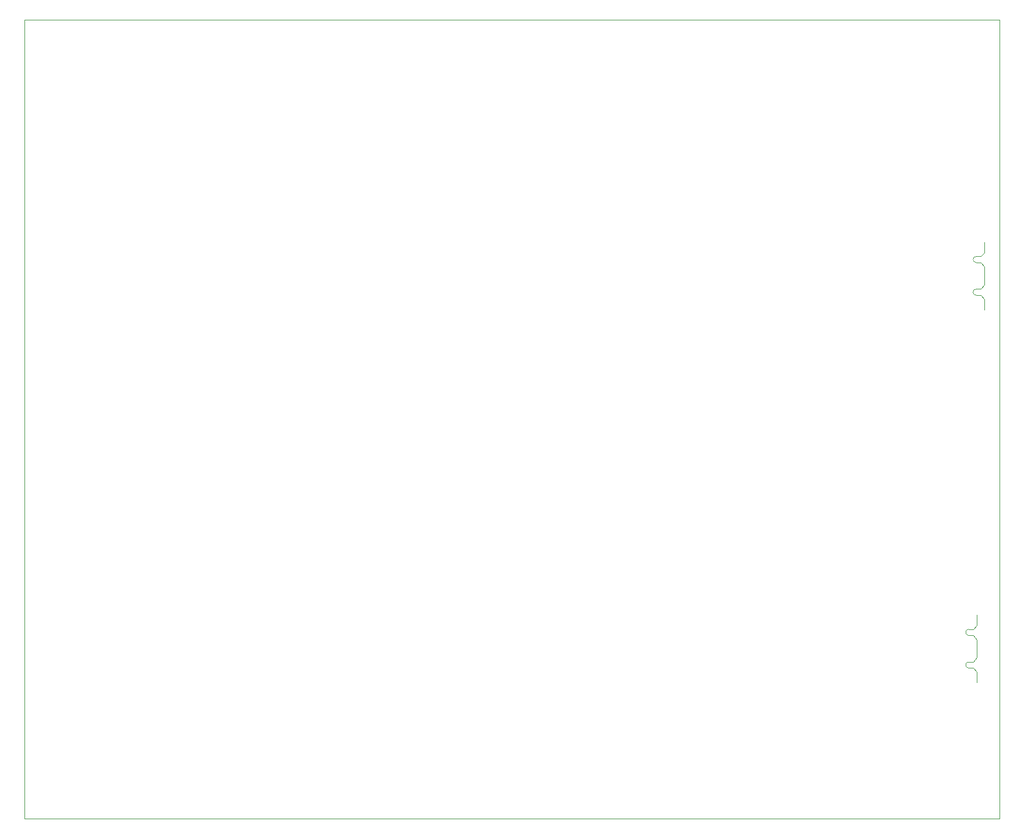
<source format=gbr>
%TF.GenerationSoftware,KiCad,Pcbnew,8.0.2-1*%
%TF.CreationDate,2024-05-28T14:08:19-07:00*%
%TF.ProjectId,flat_sat_dev_board,666c6174-5f73-4617-945f-6465765f626f,rev?*%
%TF.SameCoordinates,Original*%
%TF.FileFunction,Profile,NP*%
%FSLAX46Y46*%
G04 Gerber Fmt 4.6, Leading zero omitted, Abs format (unit mm)*
G04 Created by KiCad (PCBNEW 8.0.2-1) date 2024-05-28 14:08:19*
%MOMM*%
%LPD*%
G01*
G04 APERTURE LIST*
%TA.AperFunction,Profile*%
%ADD10C,0.100000*%
%TD*%
%TA.AperFunction,Profile*%
%ADD11C,0.010000*%
%TD*%
G04 APERTURE END LIST*
D10*
X75850000Y-32950000D02*
X217475000Y-32950000D01*
X217475000Y-149100000D01*
X75850000Y-149100000D01*
X75850000Y-32950000D01*
D11*
%TO.C,J6*%
X214075000Y-67337500D02*
X214725000Y-67337500D01*
X214075000Y-68237500D02*
X214725000Y-68237500D01*
X214075000Y-72087500D02*
X214725000Y-72087500D01*
X214075000Y-72987500D02*
X214725000Y-72987500D01*
X215225000Y-65262500D02*
X215225000Y-66762500D01*
X215225000Y-66762500D02*
X214725000Y-67337500D01*
X215225000Y-68862500D02*
X214725000Y-68237500D01*
X215225000Y-70162500D02*
X215225000Y-68862500D01*
X215225000Y-70162500D02*
X215225000Y-71462500D01*
X215225000Y-71462500D02*
X214725000Y-72087500D01*
X215225000Y-73562500D02*
X214725000Y-72987500D01*
X215225000Y-75062500D02*
X215225000Y-73562500D01*
X214075000Y-68237500D02*
G75*
G02*
X214075000Y-67337500I0J450000D01*
G01*
X214075000Y-72987500D02*
G75*
G02*
X214075000Y-72087500I0J450000D01*
G01*
%TO.C,J36*%
X212987500Y-121550000D02*
X213637500Y-121550000D01*
X212987500Y-122450000D02*
X213637500Y-122450000D01*
X212987500Y-126300000D02*
X213637500Y-126300000D01*
X212987500Y-127200000D02*
X213637500Y-127200000D01*
X214137500Y-119475000D02*
X214137500Y-120975000D01*
X214137500Y-120975000D02*
X213637500Y-121550000D01*
X214137500Y-123075000D02*
X213637500Y-122450000D01*
X214137500Y-124375000D02*
X214137500Y-123075000D01*
X214137500Y-124375000D02*
X214137500Y-125675000D01*
X214137500Y-125675000D02*
X213637500Y-126300000D01*
X214137500Y-127775000D02*
X213637500Y-127200000D01*
X214137500Y-129275000D02*
X214137500Y-127775000D01*
X212987500Y-122450000D02*
G75*
G02*
X212987500Y-121550000I0J450000D01*
G01*
X212987500Y-127200000D02*
G75*
G02*
X212987500Y-126300000I0J450000D01*
G01*
%TD*%
M02*

</source>
